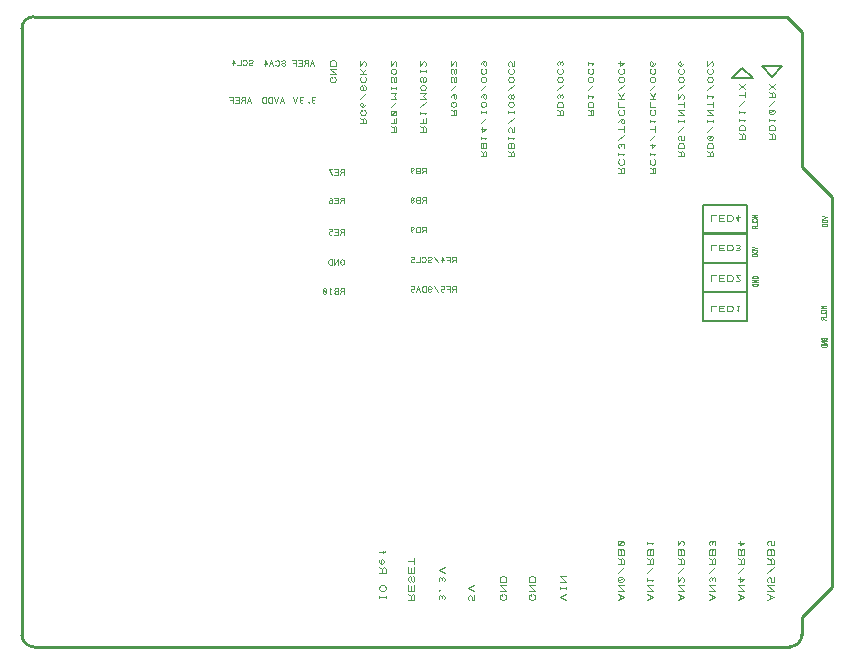
<source format=gbo>
G04 DesignSpark PCB Gerber Version 13.0 Build *
%FSLAX35Y35*%
%MOMM*%
%ADD15C,0.08000*%
%ADD11C,0.12700*%
%ADD20C,0.25400*%
X0Y0D02*
D02*
D11*
X48058050Y45812770D02*
X48433050D01*
Y46055270D01*
X48058050D01*
Y45812770D01*
Y46057770D02*
X48433050D01*
Y46300270D01*
X48058050D01*
Y46057770D01*
Y46302770D02*
X48433050D01*
Y46545270D01*
X48058050D01*
Y46302770D01*
Y46552770D02*
X48433050D01*
Y46795270D01*
X48058050D01*
Y46552770D01*
X48390550Y47955270D02*
X48302550Y47867270D01*
X48478050Y47867770D01*
X48390550Y47955270D01*
X48641050Y47879770D02*
X48729050Y47967770D01*
X48553550Y47967270D01*
X48641050Y47879770D01*
D02*
D15*
X44230550Y47657180D02*
X44214680Y47704800D01*
X44198800Y47657180D01*
X44224200Y47677020D02*
X44205150D01*
X44179750Y47657180D02*
Y47704800D01*
X44157530D01*
X44151170Y47700830D01*
X44148000Y47692900D01*
X44151170Y47684960D01*
X44157530Y47680990D01*
X44179750D01*
X44157530D02*
X44148000Y47657180D01*
X44128950D02*
Y47704800D01*
X44097200D01*
X44103550Y47680990D02*
X44128950D01*
Y47657180D02*
X44097200D01*
X44078150D02*
Y47704800D01*
X44046400D01*
X44052750Y47680990D02*
X44078150D01*
X44245550Y47986580D02*
X44242370Y47978650D01*
X44236020Y47974680D01*
X44223330D01*
X44216970Y47978650D01*
X44213800Y47986580D01*
X44216970Y47994520D01*
X44223330Y47998490D01*
X44236020D01*
X44242370Y48002460D01*
X44245550Y48010400D01*
X44242370Y48018330D01*
X44236020Y48022300D01*
X44223330D01*
X44216970Y48018330D01*
X44213800Y48010400D01*
X44163000Y47982610D02*
X44166170Y47978650D01*
X44172530Y47974680D01*
X44182050D01*
X44188400Y47978650D01*
X44191570Y47982610D01*
X44194750Y47990550D01*
Y48006430D01*
X44191570Y48014360D01*
X44188400Y48018330D01*
X44182050Y48022300D01*
X44172530D01*
X44166170Y48018330D01*
X44163000Y48014360D01*
X44143950Y48022300D02*
Y47974680D01*
X44112200D01*
X44077280D02*
Y48022300D01*
X44093150Y47990550D01*
X44067750D01*
X44508050Y47657180D02*
X44492180Y47704800D01*
X44476300Y47657180D01*
X44501700Y47677020D02*
X44482650D01*
X44457250Y47704800D02*
X44441380Y47657180D01*
X44425500Y47704800D01*
X44406450Y47657180D02*
Y47704800D01*
X44387400D01*
X44381050Y47700830D01*
X44377870Y47696860D01*
X44374700Y47688930D01*
Y47673050D01*
X44377870Y47665110D01*
X44381050Y47661150D01*
X44387400Y47657180D01*
X44406450D01*
X44355650D02*
Y47704800D01*
X44336600D01*
X44330250Y47700830D01*
X44327070Y47696860D01*
X44323900Y47688930D01*
Y47673050D01*
X44327070Y47665110D01*
X44330250Y47661150D01*
X44336600Y47657180D01*
X44355650D01*
X44520550Y47984080D02*
X44517370Y47976150D01*
X44511020Y47972180D01*
X44498330D01*
X44491970Y47976150D01*
X44488800Y47984080D01*
X44491970Y47992020D01*
X44498330Y47995990D01*
X44511020D01*
X44517370Y47999960D01*
X44520550Y48007900D01*
X44517370Y48015830D01*
X44511020Y48019800D01*
X44498330D01*
X44491970Y48015830D01*
X44488800Y48007900D01*
X44438000Y47980110D02*
X44441170Y47976150D01*
X44447530Y47972180D01*
X44457050D01*
X44463400Y47976150D01*
X44466570Y47980110D01*
X44469750Y47988050D01*
Y48003930D01*
X44466570Y48011860D01*
X44463400Y48015830D01*
X44457050Y48019800D01*
X44447530D01*
X44441170Y48015830D01*
X44438000Y48011860D01*
X44418950Y47972180D02*
X44403080Y48019800D01*
X44387200Y47972180D01*
X44412600Y47992020D02*
X44393550D01*
X44352280Y47972180D02*
Y48019800D01*
X44368150Y47988050D01*
X44342750D01*
X44765550Y47972180D02*
X44749680Y48019800D01*
X44733800Y47972180D01*
X44759200Y47992020D02*
X44740150D01*
X44714750Y47972180D02*
Y48019800D01*
X44692530D01*
X44686170Y48015830D01*
X44683000Y48007900D01*
X44686170Y47999960D01*
X44692530Y47995990D01*
X44714750D01*
X44692530D02*
X44683000Y47972180D01*
X44663950D02*
Y48019800D01*
X44632200D01*
X44638550Y47995990D02*
X44663950D01*
Y47972180D02*
X44632200D01*
X44613150D02*
Y48019800D01*
X44581400D01*
X44587750Y47995990D02*
X44613150D01*
X44769870Y47663650D02*
X44763520Y47659680D01*
X44757180D01*
X44750830Y47663650D01*
X44747650Y47671580D01*
X44750830Y47679520D01*
X44757180Y47683490D01*
X44763520D01*
X44757180D02*
X44750830Y47687460D01*
X44747650Y47695400D01*
X44750830Y47703330D01*
X44757180Y47707300D01*
X44763520D01*
X44769870Y47703330D01*
X44719070Y47659680D02*
X44715900Y47663650D01*
X44719070Y47667610D01*
X44722250Y47663650D01*
X44719070Y47659680D01*
X44668270Y47663650D02*
X44661920Y47659680D01*
X44655580D01*
X44649230Y47663650D01*
X44646050Y47671580D01*
X44649230Y47679520D01*
X44655580Y47683490D01*
X44661920D01*
X44655580D02*
X44649230Y47687460D01*
X44646050Y47695400D01*
X44649230Y47703330D01*
X44655580Y47707300D01*
X44661920D01*
X44668270Y47703330D01*
X44620650Y47707300D02*
X44604780Y47659680D01*
X44588900Y47707300D01*
X44919800Y47864080D02*
Y47877180D01*
X44915830D01*
X44907890Y47872810D01*
X44903930Y47868450D01*
X44899960Y47859710D01*
Y47850990D01*
X44903930Y47842250D01*
X44907890Y47837890D01*
X44915830Y47833520D01*
X44931710D01*
X44939640Y47837890D01*
X44943610Y47842250D01*
X44947580Y47850990D01*
Y47859710D01*
X44943610Y47868450D01*
X44939640Y47872810D01*
X44931710Y47877180D01*
X44899960Y47903370D02*
X44947580D01*
X44899960Y47947030D01*
X44947580D01*
X44899960Y47973220D02*
X44947580D01*
Y47999410D01*
X44943610Y48008150D01*
X44939640Y48012510D01*
X44931710Y48016880D01*
X44915830D01*
X44907890Y48012510D01*
X44903930Y48008150D01*
X44899960Y47999410D01*
Y47973220D01*
X45018050Y46039680D02*
Y46087300D01*
X44995830D01*
X44989470Y46083330D01*
X44986300Y46075400D01*
X44989470Y46067460D01*
X44995830Y46063490D01*
X45018050D01*
X44995830D02*
X44986300Y46039680D01*
X44945030Y46063490D02*
X44938670Y46059520D01*
X44935500Y46051580D01*
X44938670Y46043650D01*
X44945030Y46039680D01*
X44967250D01*
Y46087300D01*
X44945030D01*
X44938670Y46083330D01*
X44935500Y46075400D01*
X44938670Y46067460D01*
X44945030Y46063490D01*
X44967250D01*
X44910100Y46039680D02*
X44897400D01*
X44903750D02*
Y46087300D01*
X44910100Y46079360D01*
X44862470Y46043650D02*
X44856120Y46039680D01*
X44849780D01*
X44843430Y46043650D01*
X44840250Y46051580D01*
Y46075400D01*
X44843430Y46083330D01*
X44849780Y46087300D01*
X44856120D01*
X44862470Y46083330D01*
X44865650Y46075400D01*
Y46051580D01*
X44862470Y46043650D01*
X44843430Y46083330D01*
X44995830Y46307020D02*
X44986300D01*
Y46303050D01*
X44989470Y46295110D01*
X44992650Y46291150D01*
X44999000Y46287180D01*
X45005350D01*
X45011700Y46291150D01*
X45014870Y46295110D01*
X45018050Y46303050D01*
Y46318930D01*
X45014870Y46326860D01*
X45011700Y46330830D01*
X45005350Y46334800D01*
X44999000D01*
X44992650Y46330830D01*
X44989470Y46326860D01*
X44986300Y46318930D01*
X44967250Y46287180D02*
Y46334800D01*
X44935500Y46287180D01*
Y46334800D01*
X44916450Y46287180D02*
Y46334800D01*
X44897400D01*
X44891050Y46330830D01*
X44887870Y46326860D01*
X44884700Y46318930D01*
Y46303050D01*
X44887870Y46295110D01*
X44891050Y46291150D01*
X44897400Y46287180D01*
X44916450D01*
X45018050Y46542180D02*
Y46589800D01*
X44995830D01*
X44989470Y46585830D01*
X44986300Y46577900D01*
X44989470Y46569960D01*
X44995830Y46565990D01*
X45018050D01*
X44995830D02*
X44986300Y46542180D01*
X44967250D02*
Y46589800D01*
X44935500D01*
X44941850Y46565990D02*
X44967250D01*
Y46542180D02*
X44935500D01*
X44916450Y46546150D02*
X44910100Y46542180D01*
X44900580D01*
X44894230Y46546150D01*
X44891050Y46554080D01*
Y46558050D01*
X44894230Y46565990D01*
X44900580Y46569960D01*
X44916450D01*
Y46589800D01*
X44891050D01*
X45018050Y46807180D02*
Y46854800D01*
X44995830D01*
X44989470Y46850830D01*
X44986300Y46842900D01*
X44989470Y46834960D01*
X44995830Y46830990D01*
X45018050D01*
X44995830D02*
X44986300Y46807180D01*
X44967250D02*
Y46854800D01*
X44935500D01*
X44941850Y46830990D02*
X44967250D01*
Y46807180D02*
X44935500D01*
X44916450Y46819080D02*
X44913270Y46827020D01*
X44906920Y46830990D01*
X44900580D01*
X44894230Y46827020D01*
X44891050Y46819080D01*
X44894230Y46811150D01*
X44900580Y46807180D01*
X44906920D01*
X44913270Y46811150D01*
X44916450Y46819080D01*
Y46830990D01*
X44913270Y46842900D01*
X44906920Y46850830D01*
X44900580Y46854800D01*
X45018050Y47047180D02*
Y47094800D01*
X44995830D01*
X44989470Y47090830D01*
X44986300Y47082900D01*
X44989470Y47074960D01*
X44995830Y47070990D01*
X45018050D01*
X44995830D02*
X44986300Y47047180D01*
X44967250D02*
Y47094800D01*
X44935500D01*
X44941850Y47070990D02*
X44967250D01*
Y47047180D02*
X44935500D01*
X44916450D02*
X44891050Y47094800D01*
X44916450D01*
X45154960Y47484270D02*
X45202580D01*
Y47514830D01*
X45198610Y47523560D01*
X45190680Y47527930D01*
X45182740Y47523560D01*
X45178770Y47514830D01*
Y47484270D01*
Y47514830D02*
X45154960Y47527930D01*
X45174800Y47584680D02*
Y47597780D01*
X45170830D01*
X45162890Y47593410D01*
X45158930Y47589050D01*
X45154960Y47580310D01*
Y47571590D01*
X45158930Y47562850D01*
X45162890Y47558490D01*
X45170830Y47554120D01*
X45186710D01*
X45194640Y47558490D01*
X45198610Y47562850D01*
X45202580Y47571590D01*
Y47580310D01*
X45198610Y47589050D01*
X45194640Y47593410D01*
X45186710Y47597780D01*
X45166860Y47623970D02*
X45174800Y47628340D01*
X45178770Y47637070D01*
Y47645790D01*
X45174800Y47654530D01*
X45166860Y47658900D01*
X45158930Y47654530D01*
X45154960Y47645790D01*
Y47637070D01*
X45158930Y47628340D01*
X45166860Y47623970D01*
X45178770D01*
X45190680Y47628340D01*
X45198610Y47637070D01*
X45202580Y47645790D01*
X45154960Y47693820D02*
X45202580Y47737480D01*
X45166860Y47763670D02*
X45158930Y47768040D01*
X45154960Y47776770D01*
Y47794230D01*
X45158930Y47802960D01*
X45166860Y47807330D01*
X45174800Y47802960D01*
X45178770Y47794230D01*
Y47776770D01*
X45182740Y47768040D01*
X45190680Y47763670D01*
X45198610Y47768040D01*
X45202580Y47776770D01*
Y47794230D01*
X45198610Y47802960D01*
X45190680Y47807330D01*
X45162890Y47877180D02*
X45158930Y47872810D01*
X45154960Y47864080D01*
Y47850990D01*
X45158930Y47842250D01*
X45162890Y47837890D01*
X45170830Y47833520D01*
X45186710D01*
X45194640Y47837890D01*
X45198610Y47842250D01*
X45202580Y47850990D01*
Y47864080D01*
X45198610Y47872810D01*
X45194640Y47877180D01*
X45154960Y47903370D02*
X45202580D01*
X45178770D02*
Y47916470D01*
X45202580Y47947030D01*
X45178770Y47916470D02*
X45154960Y47947030D01*
Y48008150D02*
Y47973220D01*
X45182740Y48003780D01*
X45190680Y48008150D01*
X45198610Y48003780D01*
X45202580Y47995040D01*
Y47981950D01*
X45198610Y47973220D01*
X45318180Y43462210D02*
Y43481460D01*
Y43471840D02*
X45370680D01*
Y43462210D02*
Y43481460D01*
X45335680Y43524770D02*
X45353180D01*
X45361930Y43529590D01*
X45366300Y43534400D01*
X45370680Y43544020D01*
Y43553650D01*
X45366300Y43563270D01*
X45361930Y43568090D01*
X45353180Y43572900D01*
X45335680D01*
X45326930Y43568090D01*
X45322550Y43563270D01*
X45318180Y43553650D01*
Y43544020D01*
X45322550Y43534400D01*
X45326930Y43529590D01*
X45335680Y43524770D01*
X45318180Y43678770D02*
X45370680D01*
Y43712460D01*
X45366300Y43722090D01*
X45357550Y43726900D01*
X45348800Y43722090D01*
X45344430Y43712460D01*
Y43678770D01*
Y43712460D02*
X45318180Y43726900D01*
X45322550Y43794270D02*
X45318180Y43789460D01*
Y43779840D01*
Y43770210D01*
X45322550Y43760590D01*
X45331300Y43755770D01*
X45344430D01*
X45348800Y43760590D01*
X45353180Y43770210D01*
Y43779840D01*
X45348800Y43789460D01*
X45344430Y43794270D01*
X45340050D01*
X45335680Y43789460D01*
X45331300Y43779840D01*
Y43770210D01*
X45335680Y43760590D01*
X45340050Y43755770D01*
X45318180Y43852020D02*
X45361930D01*
X45366300Y43856840D01*
Y43861650D01*
X45361930Y43866460D01*
X45348800Y43842400D02*
Y43861650D01*
X45414960Y47414420D02*
X45462580D01*
Y47444980D01*
X45458610Y47453710D01*
X45450680Y47458080D01*
X45442740Y47453710D01*
X45438770Y47444980D01*
Y47414420D01*
Y47444980D02*
X45414960Y47458080D01*
Y47484270D02*
X45462580D01*
Y47527930D01*
X45438770Y47519200D02*
Y47484270D01*
X45418930Y47558490D02*
X45414960Y47567220D01*
Y47575940D01*
X45418930Y47584680D01*
X45426860Y47589050D01*
X45450680D01*
X45458610Y47584680D01*
X45462580Y47575940D01*
Y47567220D01*
X45458610Y47558490D01*
X45450680Y47554120D01*
X45426860D01*
X45418930Y47558490D01*
X45458610Y47584680D01*
X45414960Y47623970D02*
X45462580Y47667630D01*
X45414960Y47693820D02*
X45462580D01*
X45438770Y47715640D01*
X45462580Y47737480D01*
X45414960D01*
Y47776770D02*
Y47794230D01*
Y47785490D02*
X45462580D01*
Y47776770D02*
Y47794230D01*
X45426860Y47833520D02*
X45418930Y47837890D01*
X45414960Y47846620D01*
Y47864080D01*
X45418930Y47872810D01*
X45426860Y47877180D01*
X45434800Y47872810D01*
X45438770Y47864080D01*
Y47846620D01*
X45442740Y47837890D01*
X45450680Y47833520D01*
X45458610Y47837890D01*
X45462580Y47846620D01*
Y47864080D01*
X45458610Y47872810D01*
X45450680Y47877180D01*
X45430830Y47903370D02*
X45446710D01*
X45454640Y47907740D01*
X45458610Y47912100D01*
X45462580Y47920840D01*
Y47929560D01*
X45458610Y47938300D01*
X45454640Y47942660D01*
X45446710Y47947030D01*
X45430830D01*
X45422890Y47942660D01*
X45418930Y47938300D01*
X45414960Y47929560D01*
Y47920840D01*
X45418930Y47912100D01*
X45422890Y47907740D01*
X45430830Y47903370D01*
X45414960Y48008150D02*
Y47973220D01*
X45442740Y48003780D01*
X45450680Y48008150D01*
X45458610Y48003780D01*
X45462580Y47995040D01*
Y47981950D01*
X45458610Y47973220D01*
X45561180Y43447770D02*
X45613680D01*
Y43481460D01*
X45609300Y43491090D01*
X45600550Y43495900D01*
X45591800Y43491090D01*
X45587430Y43481460D01*
Y43447770D01*
Y43481460D02*
X45561180Y43495900D01*
Y43524770D02*
X45613680D01*
Y43572900D01*
X45587430Y43563270D02*
Y43524770D01*
X45561180D02*
Y43572900D01*
X45574300Y43601770D02*
X45565550Y43606590D01*
X45561180Y43616210D01*
Y43635460D01*
X45565550Y43645090D01*
X45574300Y43649900D01*
X45583050Y43645090D01*
X45587430Y43635460D01*
Y43616210D01*
X45591800Y43606590D01*
X45600550Y43601770D01*
X45609300Y43606590D01*
X45613680Y43616210D01*
Y43635460D01*
X45609300Y43645090D01*
X45600550Y43649900D01*
X45561180Y43678770D02*
X45613680D01*
Y43726900D01*
X45587430Y43717270D02*
Y43678770D01*
X45561180D02*
Y43726900D01*
Y43779840D02*
X45613680D01*
Y43755770D02*
Y43803900D01*
X45662460Y47414420D02*
X45710080D01*
Y47444980D01*
X45706110Y47453710D01*
X45698180Y47458080D01*
X45690240Y47453710D01*
X45686270Y47444980D01*
Y47414420D01*
Y47444980D02*
X45662460Y47458080D01*
Y47484270D02*
X45710080D01*
Y47527930D01*
X45686270Y47519200D02*
Y47484270D01*
X45662460Y47562850D02*
Y47580310D01*
Y47571590D02*
X45710080D01*
X45702140Y47562850D01*
X45662460Y47623970D02*
X45710080Y47667630D01*
X45662460Y47693820D02*
X45710080D01*
X45686270Y47715640D01*
X45710080Y47737480D01*
X45662460D01*
X45678330Y47763670D02*
X45694210D01*
X45702140Y47768040D01*
X45706110Y47772400D01*
X45710080Y47781140D01*
Y47789860D01*
X45706110Y47798600D01*
X45702140Y47802960D01*
X45694210Y47807330D01*
X45678330D01*
X45670390Y47802960D01*
X45666430Y47798600D01*
X45662460Y47789860D01*
Y47781140D01*
X45666430Y47772400D01*
X45670390Y47768040D01*
X45678330Y47763670D01*
X45674360Y47833520D02*
X45666430Y47837890D01*
X45662460Y47846620D01*
Y47864080D01*
X45666430Y47872810D01*
X45674360Y47877180D01*
X45682300Y47872810D01*
X45686270Y47864080D01*
Y47846620D01*
X45690240Y47837890D01*
X45698180Y47833520D01*
X45706110Y47837890D01*
X45710080Y47846620D01*
Y47864080D01*
X45706110Y47872810D01*
X45698180Y47877180D01*
X45662460Y47916470D02*
Y47933930D01*
Y47925190D02*
X45710080D01*
Y47916470D02*
Y47933930D01*
X45662460Y48008150D02*
Y47973220D01*
X45690240Y48003780D01*
X45698180Y48008150D01*
X45706110Y48003780D01*
X45710080Y47995040D01*
Y47981950D01*
X45706110Y47973220D01*
X45709050Y46559680D02*
Y46607300D01*
X45686830D01*
X45680470Y46603330D01*
X45677300Y46595400D01*
X45680470Y46587460D01*
X45686830Y46583490D01*
X45709050D01*
X45686830D02*
X45677300Y46559680D01*
X45658250D02*
Y46607300D01*
X45639200D01*
X45632850Y46603330D01*
X45629670Y46599360D01*
X45626500Y46591430D01*
Y46575550D01*
X45629670Y46567610D01*
X45632850Y46563650D01*
X45639200Y46559680D01*
X45658250D01*
X45597920D02*
X45591580Y46563650D01*
X45585230Y46571580D01*
X45582050Y46583490D01*
Y46595400D01*
X45585230Y46603330D01*
X45591580Y46607300D01*
X45597920D01*
X45604270Y46603330D01*
X45607450Y46595400D01*
X45604270Y46587460D01*
X45597920Y46583490D01*
X45591580D01*
X45585230Y46587460D01*
X45582050Y46595400D01*
X45709050Y46812180D02*
Y46859800D01*
X45686830D01*
X45680470Y46855830D01*
X45677300Y46847900D01*
X45680470Y46839960D01*
X45686830Y46835990D01*
X45709050D01*
X45686830D02*
X45677300Y46812180D01*
X45636030Y46835990D02*
X45629670Y46832020D01*
X45626500Y46824080D01*
X45629670Y46816150D01*
X45636030Y46812180D01*
X45658250D01*
Y46859800D01*
X45636030D01*
X45629670Y46855830D01*
X45626500Y46847900D01*
X45629670Y46839960D01*
X45636030Y46835990D01*
X45658250D01*
X45597920D02*
X45591580D01*
X45585230Y46839960D01*
X45582050Y46847900D01*
X45585230Y46855830D01*
X45591580Y46859800D01*
X45597920D01*
X45604270Y46855830D01*
X45607450Y46847900D01*
X45604270Y46839960D01*
X45597920Y46835990D01*
X45604270Y46832020D01*
X45607450Y46824080D01*
X45604270Y46816150D01*
X45597920Y46812180D01*
X45591580D01*
X45585230Y46816150D01*
X45582050Y46824080D01*
X45585230Y46832020D01*
X45591580Y46835990D01*
X45709050Y47059680D02*
Y47107300D01*
X45686830D01*
X45680470Y47103330D01*
X45677300Y47095400D01*
X45680470Y47087460D01*
X45686830Y47083490D01*
X45709050D01*
X45686830D02*
X45677300Y47059680D01*
X45636030Y47083490D02*
X45629670Y47079520D01*
X45626500Y47071580D01*
X45629670Y47063650D01*
X45636030Y47059680D01*
X45658250D01*
Y47107300D01*
X45636030D01*
X45629670Y47103330D01*
X45626500Y47095400D01*
X45629670Y47087460D01*
X45636030Y47083490D01*
X45658250D01*
X45597920Y47059680D02*
X45591580Y47063650D01*
X45585230Y47071580D01*
X45582050Y47083490D01*
Y47095400D01*
X45585230Y47103330D01*
X45591580Y47107300D01*
X45597920D01*
X45604270Y47103330D01*
X45607450Y47095400D01*
X45604270Y47087460D01*
X45597920Y47083490D01*
X45591580D01*
X45585230Y47087460D01*
X45582050Y47095400D01*
X45825550Y43452590D02*
X45821180Y43462210D01*
Y43471840D01*
X45825550Y43481460D01*
X45834300Y43486270D01*
X45843050Y43481460D01*
X45847430Y43471840D01*
Y43462210D01*
Y43471840D02*
X45851800Y43481460D01*
X45860550Y43486270D01*
X45869300Y43481460D01*
X45873680Y43471840D01*
Y43462210D01*
X45869300Y43452590D01*
X45821180Y43529590D02*
X45825550Y43534400D01*
X45829930Y43529590D01*
X45825550Y43524770D01*
X45821180Y43529590D01*
X45825550Y43606590D02*
X45821180Y43616210D01*
Y43625840D01*
X45825550Y43635460D01*
X45834300Y43640270D01*
X45843050Y43635460D01*
X45847430Y43625840D01*
Y43616210D01*
Y43625840D02*
X45851800Y43635460D01*
X45860550Y43640270D01*
X45869300Y43635460D01*
X45873680Y43625840D01*
Y43616210D01*
X45869300Y43606590D01*
X45873680Y43678770D02*
X45821180Y43702840D01*
X45873680Y43726900D01*
X45922460Y47554120D02*
X45970080D01*
Y47584680D01*
X45966110Y47593410D01*
X45958180Y47597780D01*
X45950240Y47593410D01*
X45946270Y47584680D01*
Y47554120D01*
Y47584680D02*
X45922460Y47597780D01*
X45942300Y47654530D02*
Y47667630D01*
X45938330D01*
X45930390Y47663260D01*
X45926430Y47658900D01*
X45922460Y47650160D01*
Y47641440D01*
X45926430Y47632700D01*
X45930390Y47628340D01*
X45938330Y47623970D01*
X45954210D01*
X45962140Y47628340D01*
X45966110Y47632700D01*
X45970080Y47641440D01*
Y47650160D01*
X45966110Y47658900D01*
X45962140Y47663260D01*
X45954210Y47667630D01*
X45922460Y47706920D02*
X45926430Y47715640D01*
X45934360Y47724380D01*
X45946270Y47728750D01*
X45958180D01*
X45966110Y47724380D01*
X45970080Y47715640D01*
Y47706920D01*
X45966110Y47698190D01*
X45958180Y47693820D01*
X45950240Y47698190D01*
X45946270Y47706920D01*
Y47715640D01*
X45950240Y47724380D01*
X45958180Y47728750D01*
X45922460Y47763670D02*
X45970080Y47807330D01*
X45934360Y47833520D02*
X45926430Y47837890D01*
X45922460Y47846620D01*
Y47864080D01*
X45926430Y47872810D01*
X45934360Y47877180D01*
X45942300Y47872810D01*
X45946270Y47864080D01*
Y47846620D01*
X45950240Y47837890D01*
X45958180Y47833520D01*
X45966110Y47837890D01*
X45970080Y47846620D01*
Y47864080D01*
X45966110Y47872810D01*
X45958180Y47877180D01*
X45934360Y47903370D02*
X45926430Y47907740D01*
X45922460Y47916470D01*
Y47933930D01*
X45926430Y47942660D01*
X45934360Y47947030D01*
X45942300Y47942660D01*
X45946270Y47933930D01*
Y47916470D01*
X45950240Y47907740D01*
X45958180Y47903370D01*
X45966110Y47907740D01*
X45970080Y47916470D01*
Y47933930D01*
X45966110Y47942660D01*
X45958180Y47947030D01*
X45922460Y48008150D02*
Y47973220D01*
X45950240Y48003780D01*
X45958180Y48008150D01*
X45966110Y48003780D01*
X45970080Y47995040D01*
Y47981950D01*
X45966110Y47973220D01*
X45963050Y46057180D02*
Y46104800D01*
X45940830D01*
X45934470Y46100830D01*
X45931300Y46092900D01*
X45934470Y46084960D01*
X45940830Y46080990D01*
X45963050D01*
X45940830D02*
X45931300Y46057180D01*
X45912250D02*
Y46104800D01*
X45880500D01*
X45886850Y46080990D02*
X45912250D01*
X45861450Y46061150D02*
X45855100Y46057180D01*
X45845580D01*
X45839230Y46061150D01*
X45836050Y46069080D01*
Y46073050D01*
X45839230Y46080990D01*
X45845580Y46084960D01*
X45861450D01*
Y46104800D01*
X45836050D01*
X45810650Y46057180D02*
X45778900Y46104800D01*
X45759850Y46069080D02*
X45756670Y46061150D01*
X45750320Y46057180D01*
X45737630D01*
X45731270Y46061150D01*
X45728100Y46069080D01*
X45731270Y46077020D01*
X45737630Y46080990D01*
X45750320D01*
X45756670Y46084960D01*
X45759850Y46092900D01*
X45756670Y46100830D01*
X45750320Y46104800D01*
X45737630D01*
X45731270Y46100830D01*
X45728100Y46092900D01*
X45709050Y46057180D02*
Y46104800D01*
X45690000D01*
X45683650Y46100830D01*
X45680470Y46096860D01*
X45677300Y46088930D01*
Y46073050D01*
X45680470Y46065110D01*
X45683650Y46061150D01*
X45690000Y46057180D01*
X45709050D01*
X45658250D02*
X45642380Y46104800D01*
X45626500Y46057180D01*
X45651900Y46077020D02*
X45632850D01*
X45607450Y46061150D02*
X45601100Y46057180D01*
X45591580D01*
X45585230Y46061150D01*
X45582050Y46069080D01*
Y46073050D01*
X45585230Y46080990D01*
X45591580Y46084960D01*
X45607450D01*
Y46104800D01*
X45582050D01*
X45963050Y46307180D02*
Y46354800D01*
X45940830D01*
X45934470Y46350830D01*
X45931300Y46342900D01*
X45934470Y46334960D01*
X45940830Y46330990D01*
X45963050D01*
X45940830D02*
X45931300Y46307180D01*
X45912250D02*
Y46354800D01*
X45880500D01*
X45886850Y46330990D02*
X45912250D01*
X45845580Y46307180D02*
Y46354800D01*
X45861450Y46323050D01*
X45836050D01*
X45810650Y46307180D02*
X45778900Y46354800D01*
X45759850Y46319080D02*
X45756670Y46311150D01*
X45750320Y46307180D01*
X45737630D01*
X45731270Y46311150D01*
X45728100Y46319080D01*
X45731270Y46327020D01*
X45737630Y46330990D01*
X45750320D01*
X45756670Y46334960D01*
X45759850Y46342900D01*
X45756670Y46350830D01*
X45750320Y46354800D01*
X45737630D01*
X45731270Y46350830D01*
X45728100Y46342900D01*
X45677300Y46315110D02*
X45680470Y46311150D01*
X45686830Y46307180D01*
X45696350D01*
X45702700Y46311150D01*
X45705870Y46315110D01*
X45709050Y46323050D01*
Y46338930D01*
X45705870Y46346860D01*
X45702700Y46350830D01*
X45696350Y46354800D01*
X45686830D01*
X45680470Y46350830D01*
X45677300Y46346860D01*
X45658250Y46354800D02*
Y46307180D01*
X45626500D01*
X45607450Y46311150D02*
X45601100Y46307180D01*
X45591580D01*
X45585230Y46311150D01*
X45582050Y46319080D01*
Y46323050D01*
X45585230Y46330990D01*
X45591580Y46334960D01*
X45607450D01*
Y46354800D01*
X45582050D01*
X46073050Y43447770D02*
X46068680Y43457400D01*
Y43471840D01*
X46073050Y43481460D01*
X46081800Y43486270D01*
X46086180D01*
X46094930Y43481460D01*
X46099300Y43471840D01*
Y43447770D01*
X46121180D01*
Y43486270D01*
Y43524770D02*
X46068680Y43548840D01*
X46121180Y43572900D01*
X46174960Y47204870D02*
X46222580D01*
Y47235430D01*
X46218610Y47244160D01*
X46210680Y47248530D01*
X46202740Y47244160D01*
X46198770Y47235430D01*
Y47204870D01*
Y47235430D02*
X46174960Y47248530D01*
X46198770Y47305280D02*
X46194800Y47314010D01*
X46186860Y47318380D01*
X46178930Y47314010D01*
X46174960Y47305280D01*
Y47274720D01*
X46222580D01*
Y47305280D01*
X46218610Y47314010D01*
X46210680Y47318380D01*
X46202740Y47314010D01*
X46198770Y47305280D01*
Y47274720D01*
X46174960Y47353300D02*
Y47370760D01*
Y47362040D02*
X46222580D01*
X46214640Y47353300D01*
X46174960Y47436240D02*
X46222580D01*
X46190830Y47414420D01*
Y47449350D01*
X46174960Y47484270D02*
X46222580Y47527930D01*
X46174960Y47567220D02*
Y47584680D01*
Y47575940D02*
X46222580D01*
Y47567220D02*
Y47584680D01*
X46190830Y47623970D02*
X46206710D01*
X46214640Y47628340D01*
X46218610Y47632700D01*
X46222580Y47641440D01*
Y47650160D01*
X46218610Y47658900D01*
X46214640Y47663260D01*
X46206710Y47667630D01*
X46190830D01*
X46182890Y47663260D01*
X46178930Y47658900D01*
X46174960Y47650160D01*
Y47641440D01*
X46178930Y47632700D01*
X46182890Y47628340D01*
X46190830Y47623970D01*
X46174960Y47706920D02*
X46178930Y47715640D01*
X46186860Y47724380D01*
X46198770Y47728750D01*
X46210680D01*
X46218610Y47724380D01*
X46222580Y47715640D01*
Y47706920D01*
X46218610Y47698190D01*
X46210680Y47693820D01*
X46202740Y47698190D01*
X46198770Y47706920D01*
Y47715640D01*
X46202740Y47724380D01*
X46210680Y47728750D01*
X46174960Y47763670D02*
X46222580Y47807330D01*
X46190830Y47833520D02*
X46206710D01*
X46214640Y47837890D01*
X46218610Y47842250D01*
X46222580Y47850990D01*
Y47859710D01*
X46218610Y47868450D01*
X46214640Y47872810D01*
X46206710Y47877180D01*
X46190830D01*
X46182890Y47872810D01*
X46178930Y47868450D01*
X46174960Y47859710D01*
Y47850990D01*
X46178930Y47842250D01*
X46182890Y47837890D01*
X46190830Y47833520D01*
X46182890Y47947030D02*
X46178930Y47942660D01*
X46174960Y47933930D01*
Y47920840D01*
X46178930Y47912100D01*
X46182890Y47907740D01*
X46190830Y47903370D01*
X46206710D01*
X46214640Y47907740D01*
X46218610Y47912100D01*
X46222580Y47920840D01*
Y47933930D01*
X46218610Y47942660D01*
X46214640Y47947030D01*
X46174960Y47986320D02*
X46178930Y47995040D01*
X46186860Y48003780D01*
X46198770Y48008150D01*
X46210680D01*
X46218610Y48003780D01*
X46222580Y47995040D01*
Y47986320D01*
X46218610Y47977590D01*
X46210680Y47973220D01*
X46202740Y47977590D01*
X46198770Y47986320D01*
Y47995040D01*
X46202740Y48003780D01*
X46210680Y48008150D01*
X46360550Y43481460D02*
Y43495900D01*
X46356180D01*
X46347430Y43491090D01*
X46343050Y43486270D01*
X46338680Y43476650D01*
Y43467020D01*
X46343050Y43457400D01*
X46347430Y43452590D01*
X46356180Y43447770D01*
X46373680D01*
X46382430Y43452590D01*
X46386800Y43457400D01*
X46391180Y43467020D01*
Y43476650D01*
X46386800Y43486270D01*
X46382430Y43491090D01*
X46373680Y43495900D01*
X46338680Y43524770D02*
X46391180D01*
X46338680Y43572900D01*
X46391180D01*
X46338680Y43601770D02*
X46391180D01*
Y43630650D01*
X46386800Y43640270D01*
X46382430Y43645090D01*
X46373680Y43649900D01*
X46356180D01*
X46347430Y43645090D01*
X46343050Y43640270D01*
X46338680Y43630650D01*
Y43601770D01*
X46409960Y47204870D02*
X46457580D01*
Y47235430D01*
X46453610Y47244160D01*
X46445680Y47248530D01*
X46437740Y47244160D01*
X46433770Y47235430D01*
Y47204870D01*
Y47235430D02*
X46409960Y47248530D01*
X46433770Y47305280D02*
X46429800Y47314010D01*
X46421860Y47318380D01*
X46413930Y47314010D01*
X46409960Y47305280D01*
Y47274720D01*
X46457580D01*
Y47305280D01*
X46453610Y47314010D01*
X46445680Y47318380D01*
X46437740Y47314010D01*
X46433770Y47305280D01*
Y47274720D01*
X46409960Y47353300D02*
Y47370760D01*
Y47362040D02*
X46457580D01*
X46449640Y47353300D01*
X46413930Y47414420D02*
X46409960Y47423150D01*
Y47436240D01*
X46413930Y47444980D01*
X46421860Y47449350D01*
X46425830D01*
X46433770Y47444980D01*
X46437740Y47436240D01*
Y47414420D01*
X46457580D01*
Y47449350D01*
X46409960Y47484270D02*
X46457580Y47527930D01*
X46409960Y47567220D02*
Y47584680D01*
Y47575940D02*
X46457580D01*
Y47567220D02*
Y47584680D01*
X46425830Y47623970D02*
X46441710D01*
X46449640Y47628340D01*
X46453610Y47632700D01*
X46457580Y47641440D01*
Y47650160D01*
X46453610Y47658900D01*
X46449640Y47663260D01*
X46441710Y47667630D01*
X46425830D01*
X46417890Y47663260D01*
X46413930Y47658900D01*
X46409960Y47650160D01*
Y47641440D01*
X46413930Y47632700D01*
X46417890Y47628340D01*
X46425830Y47623970D01*
X46433770Y47706920D02*
Y47715640D01*
X46437740Y47724380D01*
X46445680Y47728750D01*
X46453610Y47724380D01*
X46457580Y47715640D01*
Y47706920D01*
X46453610Y47698190D01*
X46445680Y47693820D01*
X46437740Y47698190D01*
X46433770Y47706920D01*
X46429800Y47698190D01*
X46421860Y47693820D01*
X46413930Y47698190D01*
X46409960Y47706920D01*
Y47715640D01*
X46413930Y47724380D01*
X46421860Y47728750D01*
X46429800Y47724380D01*
X46433770Y47715640D01*
X46409960Y47763670D02*
X46457580Y47807330D01*
X46425830Y47833520D02*
X46441710D01*
X46449640Y47837890D01*
X46453610Y47842250D01*
X46457580Y47850990D01*
Y47859710D01*
X46453610Y47868450D01*
X46449640Y47872810D01*
X46441710Y47877180D01*
X46425830D01*
X46417890Y47872810D01*
X46413930Y47868450D01*
X46409960Y47859710D01*
Y47850990D01*
X46413930Y47842250D01*
X46417890Y47837890D01*
X46425830Y47833520D01*
X46417890Y47947030D02*
X46413930Y47942660D01*
X46409960Y47933930D01*
Y47920840D01*
X46413930Y47912100D01*
X46417890Y47907740D01*
X46425830Y47903370D01*
X46441710D01*
X46449640Y47907740D01*
X46453610Y47912100D01*
X46457580Y47920840D01*
Y47933930D01*
X46453610Y47942660D01*
X46449640Y47947030D01*
X46413930Y47973220D02*
X46409960Y47981950D01*
Y47995040D01*
X46413930Y48003780D01*
X46421860Y48008150D01*
X46425830D01*
X46433770Y48003780D01*
X46437740Y47995040D01*
Y47973220D01*
X46457580D01*
Y48008150D01*
X46605550Y43481460D02*
Y43495900D01*
X46601180D01*
X46592430Y43491090D01*
X46588050Y43486270D01*
X46583680Y43476650D01*
Y43467020D01*
X46588050Y43457400D01*
X46592430Y43452590D01*
X46601180Y43447770D01*
X46618680D01*
X46627430Y43452590D01*
X46631800Y43457400D01*
X46636180Y43467020D01*
Y43476650D01*
X46631800Y43486270D01*
X46627430Y43491090D01*
X46618680Y43495900D01*
X46583680Y43524770D02*
X46636180D01*
X46583680Y43572900D01*
X46636180D01*
X46583680Y43601770D02*
X46636180D01*
Y43630650D01*
X46631800Y43640270D01*
X46627430Y43645090D01*
X46618680Y43649900D01*
X46601180D01*
X46592430Y43645090D01*
X46588050Y43640270D01*
X46583680Y43630650D01*
Y43601770D01*
X46824960Y47554120D02*
X46872580D01*
Y47584680D01*
X46868610Y47593410D01*
X46860680Y47597780D01*
X46852740Y47593410D01*
X46848770Y47584680D01*
Y47554120D01*
Y47584680D02*
X46824960Y47597780D01*
Y47623970D02*
X46872580D01*
Y47650160D01*
X46868610Y47658900D01*
X46864640Y47663260D01*
X46856710Y47667630D01*
X46840830D01*
X46832890Y47663260D01*
X46828930Y47658900D01*
X46824960Y47650160D01*
Y47623970D01*
X46828930Y47698190D02*
X46824960Y47706920D01*
Y47715640D01*
X46828930Y47724380D01*
X46836860Y47728750D01*
X46844800Y47724380D01*
X46848770Y47715640D01*
Y47706920D01*
Y47715640D02*
X46852740Y47724380D01*
X46860680Y47728750D01*
X46868610Y47724380D01*
X46872580Y47715640D01*
Y47706920D01*
X46868610Y47698190D01*
X46824960Y47763670D02*
X46872580Y47807330D01*
X46840830Y47833520D02*
X46856710D01*
X46864640Y47837890D01*
X46868610Y47842250D01*
X46872580Y47850990D01*
Y47859710D01*
X46868610Y47868450D01*
X46864640Y47872810D01*
X46856710Y47877180D01*
X46840830D01*
X46832890Y47872810D01*
X46828930Y47868450D01*
X46824960Y47859710D01*
Y47850990D01*
X46828930Y47842250D01*
X46832890Y47837890D01*
X46840830Y47833520D01*
X46832890Y47947030D02*
X46828930Y47942660D01*
X46824960Y47933930D01*
Y47920840D01*
X46828930Y47912100D01*
X46832890Y47907740D01*
X46840830Y47903370D01*
X46856710D01*
X46864640Y47907740D01*
X46868610Y47912100D01*
X46872580Y47920840D01*
Y47933930D01*
X46868610Y47942660D01*
X46864640Y47947030D01*
X46828930Y47977590D02*
X46824960Y47986320D01*
Y47995040D01*
X46828930Y48003780D01*
X46836860Y48008150D01*
X46844800Y48003780D01*
X46848770Y47995040D01*
Y47986320D01*
Y47995040D02*
X46852740Y48003780D01*
X46860680Y48008150D01*
X46868610Y48003780D01*
X46872580Y47995040D01*
Y47986320D01*
X46868610Y47977590D01*
X46896180Y43447770D02*
X46843680Y43471840D01*
X46896180Y43495900D01*
X46843680Y43539210D02*
Y43558460D01*
Y43548840D02*
X46896180D01*
Y43539210D02*
Y43558460D01*
X46843680Y43601770D02*
X46896180D01*
X46843680Y43649900D01*
X46896180D01*
X47082460Y47554120D02*
X47130080D01*
Y47584680D01*
X47126110Y47593410D01*
X47118180Y47597780D01*
X47110240Y47593410D01*
X47106270Y47584680D01*
Y47554120D01*
Y47584680D02*
X47082460Y47597780D01*
Y47623970D02*
X47130080D01*
Y47650160D01*
X47126110Y47658900D01*
X47122140Y47663260D01*
X47114210Y47667630D01*
X47098330D01*
X47090390Y47663260D01*
X47086430Y47658900D01*
X47082460Y47650160D01*
Y47623970D01*
Y47702550D02*
Y47720010D01*
Y47711290D02*
X47130080D01*
X47122140Y47702550D01*
X47082460Y47763670D02*
X47130080Y47807330D01*
X47098330Y47833520D02*
X47114210D01*
X47122140Y47837890D01*
X47126110Y47842250D01*
X47130080Y47850990D01*
Y47859710D01*
X47126110Y47868450D01*
X47122140Y47872810D01*
X47114210Y47877180D01*
X47098330D01*
X47090390Y47872810D01*
X47086430Y47868450D01*
X47082460Y47859710D01*
Y47850990D01*
X47086430Y47842250D01*
X47090390Y47837890D01*
X47098330Y47833520D01*
X47090390Y47947030D02*
X47086430Y47942660D01*
X47082460Y47933930D01*
Y47920840D01*
X47086430Y47912100D01*
X47090390Y47907740D01*
X47098330Y47903370D01*
X47114210D01*
X47122140Y47907740D01*
X47126110Y47912100D01*
X47130080Y47920840D01*
Y47933930D01*
X47126110Y47942660D01*
X47122140Y47947030D01*
X47082460Y47981950D02*
Y47999410D01*
Y47990690D02*
X47130080D01*
X47122140Y47981950D01*
X47336180Y43447770D02*
X47388680Y43471840D01*
X47336180Y43495900D01*
X47358050Y43457400D02*
Y43486270D01*
X47336180Y43524770D02*
X47388680D01*
X47336180Y43572900D01*
X47388680D01*
X47340550Y43606590D02*
X47336180Y43616210D01*
Y43625840D01*
X47340550Y43635460D01*
X47349300Y43640270D01*
X47375550D01*
X47384300Y43635460D01*
X47388680Y43625840D01*
Y43616210D01*
X47384300Y43606590D01*
X47375550Y43601770D01*
X47349300D01*
X47340550Y43606590D01*
X47384300Y43635460D01*
X47336180Y43678770D02*
X47388680Y43726900D01*
X47336180Y43755770D02*
X47388680D01*
Y43789460D01*
X47384300Y43799090D01*
X47375550Y43803900D01*
X47366800Y43799090D01*
X47362430Y43789460D01*
Y43755770D01*
Y43789460D02*
X47336180Y43803900D01*
X47362430Y43866460D02*
X47358050Y43876090D01*
X47349300Y43880900D01*
X47340550Y43876090D01*
X47336180Y43866460D01*
Y43832770D01*
X47388680D01*
Y43866460D01*
X47384300Y43876090D01*
X47375550Y43880900D01*
X47366800Y43876090D01*
X47362430Y43866460D01*
Y43832770D01*
X47340550Y43914590D02*
X47336180Y43924210D01*
Y43933840D01*
X47340550Y43943460D01*
X47349300Y43948270D01*
X47375550D01*
X47384300Y43943460D01*
X47388680Y43933840D01*
Y43924210D01*
X47384300Y43914590D01*
X47375550Y43909770D01*
X47349300D01*
X47340550Y43914590D01*
X47384300Y43943460D01*
X47342460Y47065170D02*
X47390080D01*
Y47095730D01*
X47386110Y47104460D01*
X47378180Y47108830D01*
X47370240Y47104460D01*
X47366270Y47095730D01*
Y47065170D01*
Y47095730D02*
X47342460Y47108830D01*
X47350390Y47178680D02*
X47346430Y47174310D01*
X47342460Y47165580D01*
Y47152490D01*
X47346430Y47143750D01*
X47350390Y47139390D01*
X47358330Y47135020D01*
X47374210D01*
X47382140Y47139390D01*
X47386110Y47143750D01*
X47390080Y47152490D01*
Y47165580D01*
X47386110Y47174310D01*
X47382140Y47178680D01*
X47342460Y47213600D02*
Y47231060D01*
Y47222340D02*
X47390080D01*
X47382140Y47213600D01*
X47346430Y47279090D02*
X47342460Y47287820D01*
Y47296540D01*
X47346430Y47305280D01*
X47354360Y47309650D01*
X47362300Y47305280D01*
X47366270Y47296540D01*
Y47287820D01*
Y47296540D02*
X47370240Y47305280D01*
X47378180Y47309650D01*
X47386110Y47305280D01*
X47390080Y47296540D01*
Y47287820D01*
X47386110Y47279090D01*
X47342460Y47344570D02*
X47390080Y47388230D01*
X47342460Y47436240D02*
X47390080D01*
Y47414420D02*
Y47458080D01*
X47342460Y47497370D02*
X47346430Y47506090D01*
X47354360Y47514830D01*
X47366270Y47519200D01*
X47378180D01*
X47386110Y47514830D01*
X47390080Y47506090D01*
Y47497370D01*
X47386110Y47488640D01*
X47378180Y47484270D01*
X47370240Y47488640D01*
X47366270Y47497370D01*
Y47506090D01*
X47370240Y47514830D01*
X47378180Y47519200D01*
X47350390Y47597780D02*
X47346430Y47593410D01*
X47342460Y47584680D01*
Y47571590D01*
X47346430Y47562850D01*
X47350390Y47558490D01*
X47358330Y47554120D01*
X47374210D01*
X47382140Y47558490D01*
X47386110Y47562850D01*
X47390080Y47571590D01*
Y47584680D01*
X47386110Y47593410D01*
X47382140Y47597780D01*
X47390080Y47623970D02*
X47342460D01*
Y47667630D01*
Y47693820D02*
X47390080D01*
X47366270D02*
Y47706920D01*
X47390080Y47737480D01*
X47366270Y47706920D02*
X47342460Y47737480D01*
Y47763670D02*
X47390080Y47807330D01*
X47358330Y47833520D02*
X47374210D01*
X47382140Y47837890D01*
X47386110Y47842250D01*
X47390080Y47850990D01*
Y47859710D01*
X47386110Y47868450D01*
X47382140Y47872810D01*
X47374210Y47877180D01*
X47358330D01*
X47350390Y47872810D01*
X47346430Y47868450D01*
X47342460Y47859710D01*
Y47850990D01*
X47346430Y47842250D01*
X47350390Y47837890D01*
X47358330Y47833520D01*
X47350390Y47947030D02*
X47346430Y47942660D01*
X47342460Y47933930D01*
Y47920840D01*
X47346430Y47912100D01*
X47350390Y47907740D01*
X47358330Y47903370D01*
X47374210D01*
X47382140Y47907740D01*
X47386110Y47912100D01*
X47390080Y47920840D01*
Y47933930D01*
X47386110Y47942660D01*
X47382140Y47947030D01*
X47342460Y47995040D02*
X47390080D01*
X47358330Y47973220D01*
Y48008150D01*
X47586180Y43447770D02*
X47638680Y43471840D01*
X47586180Y43495900D01*
X47608050Y43457400D02*
Y43486270D01*
X47586180Y43524770D02*
X47638680D01*
X47586180Y43572900D01*
X47638680D01*
X47586180Y43611400D02*
Y43630650D01*
Y43621020D02*
X47638680D01*
X47629930Y43611400D01*
X47586180Y43678770D02*
X47638680Y43726900D01*
X47586180Y43755770D02*
X47638680D01*
Y43789460D01*
X47634300Y43799090D01*
X47625550Y43803900D01*
X47616800Y43799090D01*
X47612430Y43789460D01*
Y43755770D01*
Y43789460D02*
X47586180Y43803900D01*
X47612430Y43866460D02*
X47608050Y43876090D01*
X47599300Y43880900D01*
X47590550Y43876090D01*
X47586180Y43866460D01*
Y43832770D01*
X47638680D01*
Y43866460D01*
X47634300Y43876090D01*
X47625550Y43880900D01*
X47616800Y43876090D01*
X47612430Y43866460D01*
Y43832770D01*
X47586180Y43919400D02*
Y43938650D01*
Y43929020D02*
X47638680D01*
X47629930Y43919400D01*
X47607460Y47065170D02*
X47655080D01*
Y47095730D01*
X47651110Y47104460D01*
X47643180Y47108830D01*
X47635240Y47104460D01*
X47631270Y47095730D01*
Y47065170D01*
Y47095730D02*
X47607460Y47108830D01*
X47615390Y47178680D02*
X47611430Y47174310D01*
X47607460Y47165580D01*
Y47152490D01*
X47611430Y47143750D01*
X47615390Y47139390D01*
X47623330Y47135020D01*
X47639210D01*
X47647140Y47139390D01*
X47651110Y47143750D01*
X47655080Y47152490D01*
Y47165580D01*
X47651110Y47174310D01*
X47647140Y47178680D01*
X47607460Y47213600D02*
Y47231060D01*
Y47222340D02*
X47655080D01*
X47647140Y47213600D01*
X47607460Y47296540D02*
X47655080D01*
X47623330Y47274720D01*
Y47309650D01*
X47607460Y47344570D02*
X47655080Y47388230D01*
X47607460Y47436240D02*
X47655080D01*
Y47414420D02*
Y47458080D01*
X47607460Y47493000D02*
Y47510460D01*
Y47501740D02*
X47655080D01*
X47647140Y47493000D01*
X47615390Y47597780D02*
X47611430Y47593410D01*
X47607460Y47584680D01*
Y47571590D01*
X47611430Y47562850D01*
X47615390Y47558490D01*
X47623330Y47554120D01*
X47639210D01*
X47647140Y47558490D01*
X47651110Y47562850D01*
X47655080Y47571590D01*
Y47584680D01*
X47651110Y47593410D01*
X47647140Y47597780D01*
X47655080Y47623970D02*
X47607460D01*
Y47667630D01*
Y47693820D02*
X47655080D01*
X47631270D02*
Y47706920D01*
X47655080Y47737480D01*
X47631270Y47706920D02*
X47607460Y47737480D01*
Y47763670D02*
X47655080Y47807330D01*
X47623330Y47833520D02*
X47639210D01*
X47647140Y47837890D01*
X47651110Y47842250D01*
X47655080Y47850990D01*
Y47859710D01*
X47651110Y47868450D01*
X47647140Y47872810D01*
X47639210Y47877180D01*
X47623330D01*
X47615390Y47872810D01*
X47611430Y47868450D01*
X47607460Y47859710D01*
Y47850990D01*
X47611430Y47842250D01*
X47615390Y47837890D01*
X47623330Y47833520D01*
X47615390Y47947030D02*
X47611430Y47942660D01*
X47607460Y47933930D01*
Y47920840D01*
X47611430Y47912100D01*
X47615390Y47907740D01*
X47623330Y47903370D01*
X47639210D01*
X47647140Y47907740D01*
X47651110Y47912100D01*
X47655080Y47920840D01*
Y47933930D01*
X47651110Y47942660D01*
X47647140Y47947030D01*
X47619360Y47973220D02*
X47627300Y47977590D01*
X47631270Y47986320D01*
Y47995040D01*
X47627300Y48003780D01*
X47619360Y48008150D01*
X47611430Y48003780D01*
X47607460Y47995040D01*
Y47986320D01*
X47611430Y47977590D01*
X47619360Y47973220D01*
X47631270D01*
X47643180Y47977590D01*
X47651110Y47986320D01*
X47655080Y47995040D01*
X47843680Y43447770D02*
X47896180Y43471840D01*
X47843680Y43495900D01*
X47865550Y43457400D02*
Y43486270D01*
X47843680Y43524770D02*
X47896180D01*
X47843680Y43572900D01*
X47896180D01*
X47843680Y43640270D02*
Y43601770D01*
X47874300Y43635460D01*
X47883050Y43640270D01*
X47891800Y43635460D01*
X47896180Y43625840D01*
Y43611400D01*
X47891800Y43601770D01*
X47843680Y43678770D02*
X47896180Y43726900D01*
X47843680Y43755770D02*
X47896180D01*
Y43789460D01*
X47891800Y43799090D01*
X47883050Y43803900D01*
X47874300Y43799090D01*
X47869930Y43789460D01*
Y43755770D01*
Y43789460D02*
X47843680Y43803900D01*
X47869930Y43866460D02*
X47865550Y43876090D01*
X47856800Y43880900D01*
X47848050Y43876090D01*
X47843680Y43866460D01*
Y43832770D01*
X47896180D01*
Y43866460D01*
X47891800Y43876090D01*
X47883050Y43880900D01*
X47874300Y43876090D01*
X47869930Y43866460D01*
Y43832770D01*
X47843680Y43948270D02*
Y43909770D01*
X47874300Y43943460D01*
X47883050Y43948270D01*
X47891800Y43943460D01*
X47896180Y43933840D01*
Y43919400D01*
X47891800Y43909770D01*
X47847460Y47204870D02*
X47895080D01*
Y47235430D01*
X47891110Y47244160D01*
X47883180Y47248530D01*
X47875240Y47244160D01*
X47871270Y47235430D01*
Y47204870D01*
Y47235430D02*
X47847460Y47248530D01*
Y47274720D02*
X47895080D01*
Y47300910D01*
X47891110Y47309650D01*
X47887140Y47314010D01*
X47879210Y47318380D01*
X47863330D01*
X47855390Y47314010D01*
X47851430Y47309650D01*
X47847460Y47300910D01*
Y47274720D01*
X47851430Y47344570D02*
X47847460Y47353300D01*
Y47366390D01*
X47851430Y47375130D01*
X47859360Y47379500D01*
X47863330D01*
X47871270Y47375130D01*
X47875240Y47366390D01*
Y47344570D01*
X47895080D01*
Y47379500D01*
X47847460Y47414420D02*
X47895080Y47458080D01*
X47847460Y47497370D02*
Y47514830D01*
Y47506090D02*
X47895080D01*
Y47497370D02*
Y47514830D01*
X47847460Y47554120D02*
X47895080D01*
X47847460Y47597780D01*
X47895080D01*
X47847460Y47645790D02*
X47895080D01*
Y47623970D02*
Y47667630D01*
X47847460Y47728750D02*
Y47693820D01*
X47875240Y47724380D01*
X47883180Y47728750D01*
X47891110Y47724380D01*
X47895080Y47715640D01*
Y47702550D01*
X47891110Y47693820D01*
X47847460Y47763670D02*
X47895080Y47807330D01*
X47863330Y47833520D02*
X47879210D01*
X47887140Y47837890D01*
X47891110Y47842250D01*
X47895080Y47850990D01*
Y47859710D01*
X47891110Y47868450D01*
X47887140Y47872810D01*
X47879210Y47877180D01*
X47863330D01*
X47855390Y47872810D01*
X47851430Y47868450D01*
X47847460Y47859710D01*
Y47850990D01*
X47851430Y47842250D01*
X47855390Y47837890D01*
X47863330Y47833520D01*
X47855390Y47947030D02*
X47851430Y47942660D01*
X47847460Y47933930D01*
Y47920840D01*
X47851430Y47912100D01*
X47855390Y47907740D01*
X47863330Y47903370D01*
X47879210D01*
X47887140Y47907740D01*
X47891110Y47912100D01*
X47895080Y47920840D01*
Y47933930D01*
X47891110Y47942660D01*
X47887140Y47947030D01*
X47859360Y47973220D02*
X47867300Y47977590D01*
X47871270Y47986320D01*
Y47995040D01*
X47867300Y48003780D01*
X47859360Y48008150D01*
X47851430Y48003780D01*
X47847460Y47995040D01*
Y47986320D01*
X47851430Y47977590D01*
X47859360Y47973220D01*
X47871270D01*
X47883180Y47977590D01*
X47891110Y47986320D01*
X47895080Y47995040D01*
X48094960Y47204870D02*
X48142580D01*
Y47235430D01*
X48138610Y47244160D01*
X48130680Y47248530D01*
X48122740Y47244160D01*
X48118770Y47235430D01*
Y47204870D01*
Y47235430D02*
X48094960Y47248530D01*
Y47274720D02*
X48142580D01*
Y47300910D01*
X48138610Y47309650D01*
X48134640Y47314010D01*
X48126710Y47318380D01*
X48110830D01*
X48102890Y47314010D01*
X48098930Y47309650D01*
X48094960Y47300910D01*
Y47274720D01*
X48098930Y47348940D02*
X48094960Y47357670D01*
Y47366390D01*
X48098930Y47375130D01*
X48106860Y47379500D01*
X48130680D01*
X48138610Y47375130D01*
X48142580Y47366390D01*
Y47357670D01*
X48138610Y47348940D01*
X48130680Y47344570D01*
X48106860D01*
X48098930Y47348940D01*
X48138610Y47375130D01*
X48094960Y47414420D02*
X48142580Y47458080D01*
X48094960Y47497370D02*
Y47514830D01*
Y47506090D02*
X48142580D01*
Y47497370D02*
Y47514830D01*
X48094960Y47554120D02*
X48142580D01*
X48094960Y47597780D01*
X48142580D01*
X48094960Y47645790D02*
X48142580D01*
Y47623970D02*
Y47667630D01*
X48094960Y47702550D02*
Y47720010D01*
Y47711290D02*
X48142580D01*
X48134640Y47702550D01*
X48094960Y47763670D02*
X48142580Y47807330D01*
X48110830Y47833520D02*
X48126710D01*
X48134640Y47837890D01*
X48138610Y47842250D01*
X48142580Y47850990D01*
Y47859710D01*
X48138610Y47868450D01*
X48134640Y47872810D01*
X48126710Y47877180D01*
X48110830D01*
X48102890Y47872810D01*
X48098930Y47868450D01*
X48094960Y47859710D01*
Y47850990D01*
X48098930Y47842250D01*
X48102890Y47837890D01*
X48110830Y47833520D01*
X48102890Y47947030D02*
X48098930Y47942660D01*
X48094960Y47933930D01*
Y47920840D01*
X48098930Y47912100D01*
X48102890Y47907740D01*
X48110830Y47903370D01*
X48126710D01*
X48134640Y47907740D01*
X48138610Y47912100D01*
X48142580Y47920840D01*
Y47933930D01*
X48138610Y47942660D01*
X48134640Y47947030D01*
X48094960Y48008150D02*
Y47973220D01*
X48122740Y48003780D01*
X48130680Y48008150D01*
X48138610Y48003780D01*
X48142580Y47995040D01*
Y47981950D01*
X48138610Y47973220D01*
X48111180Y43447770D02*
X48163680Y43471840D01*
X48111180Y43495900D01*
X48133050Y43457400D02*
Y43486270D01*
X48111180Y43524770D02*
X48163680D01*
X48111180Y43572900D01*
X48163680D01*
X48115550Y43606590D02*
X48111180Y43616210D01*
Y43625840D01*
X48115550Y43635460D01*
X48124300Y43640270D01*
X48133050Y43635460D01*
X48137430Y43625840D01*
Y43616210D01*
Y43625840D02*
X48141800Y43635460D01*
X48150550Y43640270D01*
X48159300Y43635460D01*
X48163680Y43625840D01*
Y43616210D01*
X48159300Y43606590D01*
X48111180Y43678770D02*
X48163680Y43726900D01*
X48111180Y43755770D02*
X48163680D01*
Y43789460D01*
X48159300Y43799090D01*
X48150550Y43803900D01*
X48141800Y43799090D01*
X48137430Y43789460D01*
Y43755770D01*
Y43789460D02*
X48111180Y43803900D01*
X48137430Y43866460D02*
X48133050Y43876090D01*
X48124300Y43880900D01*
X48115550Y43876090D01*
X48111180Y43866460D01*
Y43832770D01*
X48163680D01*
Y43866460D01*
X48159300Y43876090D01*
X48150550Y43880900D01*
X48141800Y43876090D01*
X48137430Y43866460D01*
Y43832770D01*
X48115550Y43914590D02*
X48111180Y43924210D01*
Y43933840D01*
X48115550Y43943460D01*
X48124300Y43948270D01*
X48133050Y43943460D01*
X48137430Y43933840D01*
Y43924210D01*
Y43933840D02*
X48141800Y43943460D01*
X48150550Y43948270D01*
X48159300Y43943460D01*
X48163680Y43933840D01*
Y43924210D01*
X48159300Y43914590D01*
X48125550Y45893240D02*
Y45940860D01*
X48169210D01*
X48195400D02*
Y45893240D01*
X48239060D01*
X48230330Y45917050D02*
X48195400D01*
Y45940860D02*
X48239060D01*
X48265250D02*
Y45893240D01*
X48291440D01*
X48300180Y45897210D01*
X48304540Y45901180D01*
X48308910Y45909110D01*
Y45924990D01*
X48304540Y45932930D01*
X48300180Y45936890D01*
X48291440Y45940860D01*
X48265250D01*
X48343830D02*
X48361290D01*
X48352570D02*
Y45893240D01*
X48343830Y45901180D01*
X48125550Y46148240D02*
Y46195860D01*
X48169210D01*
X48195400D02*
Y46148240D01*
X48239060D01*
X48230330Y46172050D02*
X48195400D01*
Y46195860D02*
X48239060D01*
X48265250D02*
Y46148240D01*
X48291440D01*
X48300180Y46152210D01*
X48304540Y46156180D01*
X48308910Y46164110D01*
Y46179990D01*
X48304540Y46187930D01*
X48300180Y46191890D01*
X48291440Y46195860D01*
X48265250D01*
X48370030D02*
X48335100D01*
X48365660Y46168080D01*
X48370030Y46160140D01*
X48365660Y46152210D01*
X48356920Y46148240D01*
X48343830D01*
X48335100Y46152210D01*
X48125550Y46408240D02*
Y46455860D01*
X48169210D01*
X48195400D02*
Y46408240D01*
X48239060D01*
X48230330Y46432050D02*
X48195400D01*
Y46455860D02*
X48239060D01*
X48265250D02*
Y46408240D01*
X48291440D01*
X48300180Y46412210D01*
X48304540Y46416180D01*
X48308910Y46424110D01*
Y46439990D01*
X48304540Y46447930D01*
X48300180Y46451890D01*
X48291440Y46455860D01*
X48265250D01*
X48339470Y46451890D02*
X48348200Y46455860D01*
X48356920D01*
X48365660Y46451890D01*
X48370030Y46443960D01*
X48365660Y46436020D01*
X48356920Y46432050D01*
X48348200D01*
X48356920D02*
X48365660Y46428080D01*
X48370030Y46420140D01*
X48365660Y46412210D01*
X48356920Y46408240D01*
X48348200D01*
X48339470Y46412210D01*
X48125550Y46658240D02*
Y46705860D01*
X48169210D01*
X48195400D02*
Y46658240D01*
X48239060D01*
X48230330Y46682050D02*
X48195400D01*
Y46705860D02*
X48239060D01*
X48265250D02*
Y46658240D01*
X48291440D01*
X48300180Y46662210D01*
X48304540Y46666180D01*
X48308910Y46674110D01*
Y46689990D01*
X48304540Y46697930D01*
X48300180Y46701890D01*
X48291440Y46705860D01*
X48265250D01*
X48356920D02*
Y46658240D01*
X48335100Y46689990D01*
X48370030D01*
X48353680Y43447770D02*
X48406180Y43471840D01*
X48353680Y43495900D01*
X48375550Y43457400D02*
Y43486270D01*
X48353680Y43524770D02*
X48406180D01*
X48353680Y43572900D01*
X48406180D01*
X48353680Y43625840D02*
X48406180D01*
X48371180Y43601770D01*
Y43640270D01*
X48353680Y43678770D02*
X48406180Y43726900D01*
X48353680Y43755770D02*
X48406180D01*
Y43789460D01*
X48401800Y43799090D01*
X48393050Y43803900D01*
X48384300Y43799090D01*
X48379930Y43789460D01*
Y43755770D01*
Y43789460D02*
X48353680Y43803900D01*
X48379930Y43866460D02*
X48375550Y43876090D01*
X48366800Y43880900D01*
X48358050Y43876090D01*
X48353680Y43866460D01*
Y43832770D01*
X48406180D01*
Y43866460D01*
X48401800Y43876090D01*
X48393050Y43880900D01*
X48384300Y43876090D01*
X48379930Y43866460D01*
Y43832770D01*
X48353680Y43933840D02*
X48406180D01*
X48371180Y43909770D01*
Y43948270D01*
X48364960Y47355270D02*
X48412580D01*
Y47385830D01*
X48408610Y47394560D01*
X48400680Y47398930D01*
X48392740Y47394560D01*
X48388770Y47385830D01*
Y47355270D01*
Y47385830D02*
X48364960Y47398930D01*
Y47425120D02*
X48412580D01*
Y47451310D01*
X48408610Y47460050D01*
X48404640Y47464410D01*
X48396710Y47468780D01*
X48380830D01*
X48372890Y47464410D01*
X48368930Y47460050D01*
X48364960Y47451310D01*
Y47425120D01*
Y47503700D02*
Y47521160D01*
Y47512440D02*
X48412580D01*
X48404640Y47503700D01*
X48364960Y47573550D02*
Y47591010D01*
Y47582290D02*
X48412580D01*
X48404640Y47573550D01*
X48364960Y47634670D02*
X48412580Y47678330D01*
X48364960Y47726340D02*
X48412580D01*
Y47704520D02*
Y47748180D01*
X48364960Y47774370D02*
X48412580Y47818030D01*
Y47774370D02*
X48364960Y47818030D01*
X48471020Y46440270D02*
X48518640Y46430350D01*
X48471020Y46420420D01*
X48518640Y46408520D02*
X48471020D01*
Y46396610D01*
X48474990Y46392640D01*
X48478960Y46390660D01*
X48486890Y46388670D01*
X48502770D01*
X48510710Y46390660D01*
X48514670Y46392640D01*
X48518640Y46396610D01*
Y46408520D01*
Y46376770D02*
X48471020D01*
Y46364860D01*
X48474990Y46360890D01*
X48478960Y46358910D01*
X48486890Y46356920D01*
X48502770D01*
X48510710Y46358910D01*
X48514670Y46360890D01*
X48518640Y46364860D01*
Y46376770D01*
Y46710270D02*
X48471020D01*
X48494830Y46700350D01*
X48471020Y46690420D01*
X48518640D01*
X48510710Y46658670D02*
X48514670Y46660660D01*
X48518640Y46664630D01*
Y46670580D01*
X48514670Y46674550D01*
X48510710Y46676530D01*
X48502770Y46678520D01*
X48486890D01*
X48478960Y46676530D01*
X48474990Y46674550D01*
X48471020Y46670580D01*
Y46664630D01*
X48474990Y46660660D01*
X48478960Y46658670D01*
X48471020Y46646770D02*
X48518640D01*
Y46626920D01*
Y46615020D02*
X48471020D01*
Y46601130D01*
X48474990Y46597160D01*
X48482920Y46595170D01*
X48490860Y46597160D01*
X48494830Y46601130D01*
Y46615020D01*
Y46601130D02*
X48518640Y46595170D01*
X48501300Y46176380D02*
Y46170420D01*
X48505270D01*
X48513210Y46172410D01*
X48517170Y46174390D01*
X48521140Y46178360D01*
Y46182330D01*
X48517170Y46186300D01*
X48513210Y46188280D01*
X48505270Y46190270D01*
X48489390D01*
X48481460Y46188280D01*
X48477490Y46186300D01*
X48473520Y46182330D01*
Y46178360D01*
X48477490Y46174390D01*
X48481460Y46172410D01*
X48489390Y46170420D01*
X48521140Y46158520D02*
X48473520D01*
X48521140Y46138670D01*
X48473520D01*
X48521140Y46126770D02*
X48473520D01*
Y46114860D01*
X48477490Y46110890D01*
X48481460Y46108910D01*
X48489390Y46106920D01*
X48505270D01*
X48513210Y46108910D01*
X48517170Y46110890D01*
X48521140Y46114860D01*
Y46126770D01*
X48603680Y43447770D02*
X48656180Y43471840D01*
X48603680Y43495900D01*
X48625550Y43457400D02*
Y43486270D01*
X48603680Y43524770D02*
X48656180D01*
X48603680Y43572900D01*
X48656180D01*
X48608050Y43601770D02*
X48603680Y43611400D01*
Y43625840D01*
X48608050Y43635460D01*
X48616800Y43640270D01*
X48621180D01*
X48629930Y43635460D01*
X48634300Y43625840D01*
Y43601770D01*
X48656180D01*
Y43640270D01*
X48603680Y43678770D02*
X48656180Y43726900D01*
X48603680Y43755770D02*
X48656180D01*
Y43789460D01*
X48651800Y43799090D01*
X48643050Y43803900D01*
X48634300Y43799090D01*
X48629930Y43789460D01*
Y43755770D01*
Y43789460D02*
X48603680Y43803900D01*
X48629930Y43866460D02*
X48625550Y43876090D01*
X48616800Y43880900D01*
X48608050Y43876090D01*
X48603680Y43866460D01*
Y43832770D01*
X48656180D01*
Y43866460D01*
X48651800Y43876090D01*
X48643050Y43880900D01*
X48634300Y43876090D01*
X48629930Y43866460D01*
Y43832770D01*
X48608050Y43909770D02*
X48603680Y43919400D01*
Y43933840D01*
X48608050Y43943460D01*
X48616800Y43948270D01*
X48621180D01*
X48629930Y43943460D01*
X48634300Y43933840D01*
Y43909770D01*
X48656180D01*
Y43948270D01*
X48616960Y47355270D02*
X48664580D01*
Y47385830D01*
X48660610Y47394560D01*
X48652680Y47398930D01*
X48644740Y47394560D01*
X48640770Y47385830D01*
Y47355270D01*
Y47385830D02*
X48616960Y47398930D01*
Y47425120D02*
X48664580D01*
Y47451310D01*
X48660610Y47460050D01*
X48656640Y47464410D01*
X48648710Y47468780D01*
X48632830D01*
X48624890Y47464410D01*
X48620930Y47460050D01*
X48616960Y47451310D01*
Y47425120D01*
Y47503700D02*
Y47521160D01*
Y47512440D02*
X48664580D01*
X48656640Y47503700D01*
X48620930Y47569190D02*
X48616960Y47577920D01*
Y47586640D01*
X48620930Y47595380D01*
X48628860Y47599750D01*
X48652680D01*
X48660610Y47595380D01*
X48664580Y47586640D01*
Y47577920D01*
X48660610Y47569190D01*
X48652680Y47564820D01*
X48628860D01*
X48620930Y47569190D01*
X48660610Y47595380D01*
X48616960Y47634670D02*
X48664580Y47678330D01*
X48616960Y47704520D02*
X48664580D01*
Y47735080D01*
X48660610Y47743810D01*
X48652680Y47748180D01*
X48644740Y47743810D01*
X48640770Y47735080D01*
Y47704520D01*
Y47735080D02*
X48616960Y47748180D01*
Y47774370D02*
X48664580Y47818030D01*
Y47774370D02*
X48616960Y47818030D01*
X49101140Y45937770D02*
X49053520D01*
X49077330Y45927850D01*
X49053520Y45917920D01*
X49101140D01*
X49093210Y45886170D02*
X49097170Y45888160D01*
X49101140Y45892130D01*
Y45898080D01*
X49097170Y45902050D01*
X49093210Y45904030D01*
X49085270Y45906020D01*
X49069390D01*
X49061460Y45904030D01*
X49057490Y45902050D01*
X49053520Y45898080D01*
Y45892130D01*
X49057490Y45888160D01*
X49061460Y45886170D01*
X49053520Y45874270D02*
X49101140D01*
Y45854420D01*
Y45842520D02*
X49053520D01*
Y45828630D01*
X49057490Y45824660D01*
X49065420Y45822670D01*
X49073360Y45824660D01*
X49077330Y45828630D01*
Y45842520D01*
Y45828630D02*
X49101140Y45822670D01*
X49086300Y45656380D02*
Y45650420D01*
X49090270D01*
X49098210Y45652410D01*
X49102170Y45654390D01*
X49106140Y45658360D01*
Y45662330D01*
X49102170Y45666300D01*
X49098210Y45668280D01*
X49090270Y45670270D01*
X49074390D01*
X49066460Y45668280D01*
X49062490Y45666300D01*
X49058520Y45662330D01*
Y45658360D01*
X49062490Y45654390D01*
X49066460Y45652410D01*
X49074390Y45650420D01*
X49106140Y45638520D02*
X49058520D01*
X49106140Y45618670D01*
X49058520D01*
X49106140Y45606770D02*
X49058520D01*
Y45594860D01*
X49062490Y45590890D01*
X49066460Y45588910D01*
X49074390Y45586920D01*
X49090270D01*
X49098210Y45588910D01*
X49102170Y45590890D01*
X49106140Y45594860D01*
Y45606770D01*
X49063520Y46697770D02*
X49111140Y46687850D01*
X49063520Y46677920D01*
X49111140Y46666020D02*
X49063520D01*
Y46654110D01*
X49067490Y46650140D01*
X49071460Y46648160D01*
X49079390Y46646170D01*
X49095270D01*
X49103210Y46648160D01*
X49107170Y46650140D01*
X49111140Y46654110D01*
Y46666020D01*
Y46634270D02*
X49063520D01*
Y46622360D01*
X49067490Y46618390D01*
X49071460Y46616410D01*
X49079390Y46614420D01*
X49095270D01*
X49103210Y46616410D01*
X49107170Y46618390D01*
X49111140Y46622360D01*
Y46634270D01*
D02*
D20*
X48895000Y43153000D02*
Y43307000D01*
X49149000Y43561000D01*
Y46863000D01*
X48895000Y47117000D01*
Y48260000D01*
X48768000Y48387000D01*
X42391000D01*
G75*
G03*
X42291000Y48287000I0J-100000D01*
G01*
Y43153000D01*
G75*
G03*
X42391000Y43053000I100000J0D01*
G01*
X48795000D01*
G75*
G03*
X48895000Y43153000I0J100000D01*
G01*
X0Y0D02*
M02*

</source>
